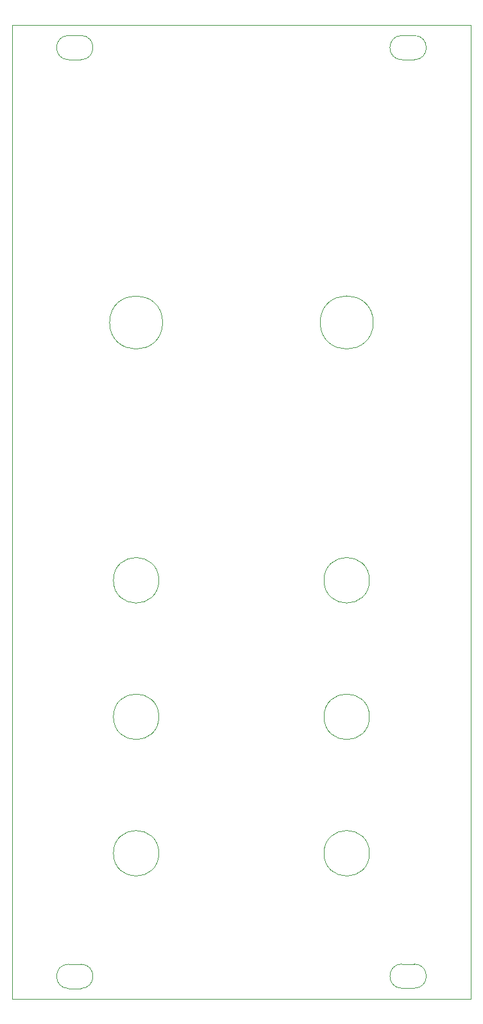
<source format=gbr>
%TF.GenerationSoftware,KiCad,Pcbnew,(6.0.1)*%
%TF.CreationDate,2022-09-11T09:08:46+02:00*%
%TF.ProjectId,front pannel,66726f6e-7420-4706-916e-6e656c2e6b69,rev?*%
%TF.SameCoordinates,Original*%
%TF.FileFunction,Soldermask,Bot*%
%TF.FilePolarity,Negative*%
%FSLAX46Y46*%
G04 Gerber Fmt 4.6, Leading zero omitted, Abs format (unit mm)*
G04 Created by KiCad (PCBNEW (6.0.1)) date 2022-09-11 09:08:46*
%MOMM*%
%LPD*%
G01*
G04 APERTURE LIST*
%TA.AperFunction,Profile*%
%ADD10C,0.100000*%
%TD*%
G04 APERTURE END LIST*
D10*
X73700000Y-112750000D02*
G75*
G03*
X73700000Y-112750000I-3000000J0D01*
G01*
X34000000Y-145374805D02*
X35600000Y-145374805D01*
X79600000Y-22900000D02*
X78000000Y-22900000D01*
X35600000Y-148574999D02*
G75*
G03*
X35600000Y-145374805I0J1600097D01*
G01*
X34000000Y-145374805D02*
G75*
G03*
X34000000Y-148575195I0J-1600195D01*
G01*
X87100000Y-150000000D02*
X26500000Y-150000000D01*
X45900000Y-94750000D02*
G75*
G03*
X45900000Y-94750000I-3000000J0D01*
G01*
X87100000Y-21500000D02*
X87100000Y-150000000D01*
X35600195Y-26099999D02*
G75*
G03*
X35600195Y-22899805I0J1600097D01*
G01*
X78000000Y-145350000D02*
G75*
G03*
X78000000Y-148550000I0J-1600000D01*
G01*
X45900000Y-112750000D02*
G75*
G03*
X45900000Y-112750000I-3000000J0D01*
G01*
X34000195Y-26100195D02*
X35600195Y-26100195D01*
X34000195Y-22899805D02*
G75*
G03*
X34000195Y-26100195I0J-1600195D01*
G01*
X34000000Y-148575195D02*
X35600000Y-148575195D01*
X34000195Y-22899805D02*
X35600195Y-22899805D01*
X73700000Y-94750000D02*
G75*
G03*
X73700000Y-94750000I-3000000J0D01*
G01*
X46400000Y-60750000D02*
G75*
G03*
X46400000Y-60750000I-3500000J0D01*
G01*
X26500000Y-150000000D02*
X26500000Y-21500000D01*
X79600000Y-26100000D02*
G75*
G03*
X79600000Y-22900000I0J1600000D01*
G01*
X45900000Y-130750000D02*
G75*
G03*
X45900000Y-130750000I-3000000J0D01*
G01*
X79600000Y-145350000D02*
X78000000Y-145350000D01*
X26500000Y-21500000D02*
X87100000Y-21500000D01*
X78000000Y-22900000D02*
G75*
G03*
X78000000Y-26100000I0J-1600000D01*
G01*
X79600000Y-26100000D02*
X78000000Y-26100000D01*
X73700000Y-130750000D02*
G75*
G03*
X73700000Y-130750000I-3000000J0D01*
G01*
X79600000Y-148550000D02*
G75*
G03*
X79600000Y-145350000I0J1600000D01*
G01*
X74200000Y-60750000D02*
G75*
G03*
X74200000Y-60750000I-3500000J0D01*
G01*
X79600000Y-148550000D02*
X78000000Y-148550000D01*
M02*

</source>
